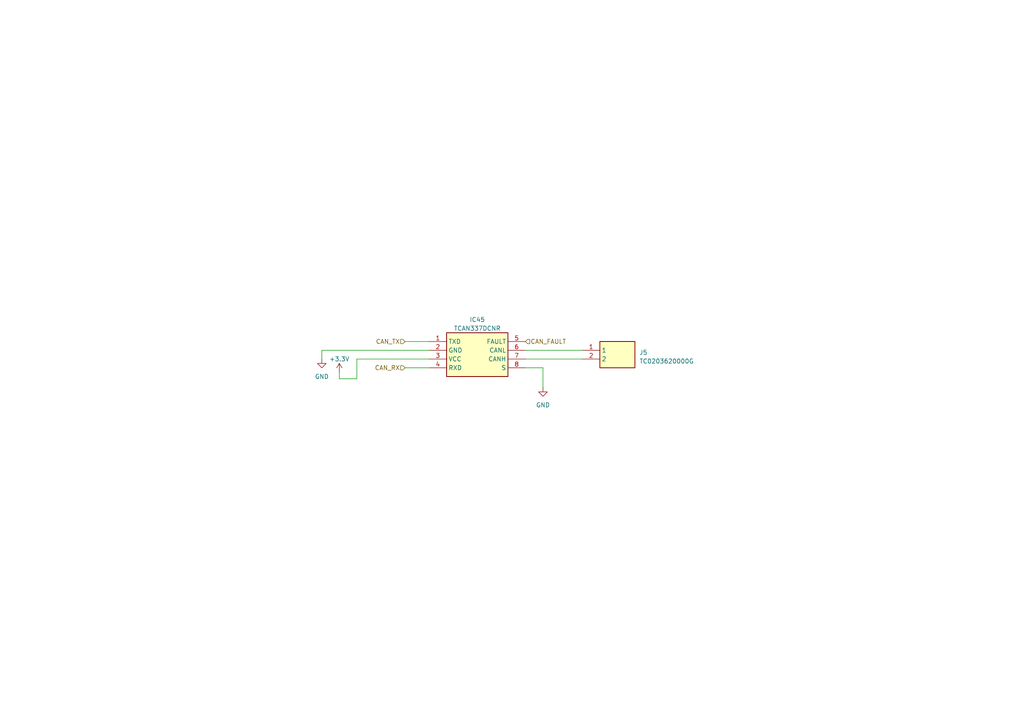
<source format=kicad_sch>
(kicad_sch (version 20230121) (generator eeschema)

  (uuid 4cdb9ef2-e074-4e41-b28d-26c6cea9faec)

  (paper "A4")

  (lib_symbols
    (symbol "TC0203620000G:TC0203620000G" (in_bom yes) (on_board yes)
      (property "Reference" "J" (at 16.51 7.62 0)
        (effects (font (size 1.27 1.27)) (justify left top))
      )
      (property "Value" "TC0203620000G" (at 16.51 5.08 0)
        (effects (font (size 1.27 1.27)) (justify left top))
      )
      (property "Footprint" "TC0203620000G" (at 16.51 -94.92 0)
        (effects (font (size 1.27 1.27)) (justify left top) hide)
      )
      (property "Datasheet" "https://componentsearchengine.com/Datasheets/1/TC0203620000G.pdf" (at 16.51 -194.92 0)
        (effects (font (size 1.27 1.27)) (justify left top) hide)
      )
      (property "Height" "10.5" (at 16.51 -394.92 0)
        (effects (font (size 1.27 1.27)) (justify left top) hide)
      )
      (property "Mouser Part Number" "649-TC02036200J0G" (at 16.51 -494.92 0)
        (effects (font (size 1.27 1.27)) (justify left top) hide)
      )
      (property "Mouser Price/Stock" "https://www.mouser.co.uk/ProductDetail/Amphenol-Anytek/TC0203620000G?qs=Mv7BduZupUiHURQaUHJ1XQ%3D%3D" (at 16.51 -594.92 0)
        (effects (font (size 1.27 1.27)) (justify left top) hide)
      )
      (property "Manufacturer_Name" "Amphenol" (at 16.51 -694.92 0)
        (effects (font (size 1.27 1.27)) (justify left top) hide)
      )
      (property "Manufacturer_Part_Number" "TC0203620000G" (at 16.51 -794.92 0)
        (effects (font (size 1.27 1.27)) (justify left top) hide)
      )
      (property "ki_description" "Fixed Terminal Blocks 500 TB WIR PRO 180D" (at 0 0 0)
        (effects (font (size 1.27 1.27)) hide)
      )
      (symbol "TC0203620000G_1_1"
        (rectangle (start 5.08 2.54) (end 15.24 -5.08)
          (stroke (width 0.254) (type default))
          (fill (type background))
        )
        (pin passive line (at 0 0 0) (length 5.08)
          (name "1" (effects (font (size 1.27 1.27))))
          (number "1" (effects (font (size 1.27 1.27))))
        )
        (pin passive line (at 0 -2.54 0) (length 5.08)
          (name "2" (effects (font (size 1.27 1.27))))
          (number "2" (effects (font (size 1.27 1.27))))
        )
      )
    )
    (symbol "TCAN337DCNR:TCAN337DCNR" (in_bom yes) (on_board yes)
      (property "Reference" "IC" (at 24.13 7.62 0)
        (effects (font (size 1.27 1.27)) (justify left top))
      )
      (property "Value" "TCAN337DCNR" (at 24.13 5.08 0)
        (effects (font (size 1.27 1.27)) (justify left top))
      )
      (property "Footprint" "SOT65P280X145-8N" (at 24.13 -94.92 0)
        (effects (font (size 1.27 1.27)) (justify left top) hide)
      )
      (property "Datasheet" "https://www.ti.com/lit/gpn/TCAN337" (at 24.13 -194.92 0)
        (effects (font (size 1.27 1.27)) (justify left top) hide)
      )
      (property "Height" "1.45" (at 24.13 -394.92 0)
        (effects (font (size 1.27 1.27)) (justify left top) hide)
      )
      (property "Mouser Part Number" "595-TCAN337DCNR" (at 24.13 -494.92 0)
        (effects (font (size 1.27 1.27)) (justify left top) hide)
      )
      (property "Mouser Price/Stock" "https://www.mouser.co.uk/ProductDetail/Texas-Instruments/TCAN337DCNR?qs=gMfM3zrbS4r1ZrvbjcW09A%3D%3D" (at 24.13 -594.92 0)
        (effects (font (size 1.27 1.27)) (justify left top) hide)
      )
      (property "Manufacturer_Name" "Texas Instruments" (at 24.13 -694.92 0)
        (effects (font (size 1.27 1.27)) (justify left top) hide)
      )
      (property "Manufacturer_Part_Number" "TCAN337DCNR" (at 24.13 -794.92 0)
        (effects (font (size 1.27 1.27)) (justify left top) hide)
      )
      (property "ki_description" "3.3-V CAN Transceivers" (at 0 0 0)
        (effects (font (size 1.27 1.27)) hide)
      )
      (symbol "TCAN337DCNR_1_1"
        (rectangle (start 5.08 2.54) (end 22.86 -10.16)
          (stroke (width 0.254) (type default))
          (fill (type background))
        )
        (pin passive line (at 0 0 0) (length 5.08)
          (name "TXD" (effects (font (size 1.27 1.27))))
          (number "1" (effects (font (size 1.27 1.27))))
        )
        (pin passive line (at 0 -2.54 0) (length 5.08)
          (name "GND" (effects (font (size 1.27 1.27))))
          (number "2" (effects (font (size 1.27 1.27))))
        )
        (pin passive line (at 0 -5.08 0) (length 5.08)
          (name "VCC" (effects (font (size 1.27 1.27))))
          (number "3" (effects (font (size 1.27 1.27))))
        )
        (pin passive line (at 0 -7.62 0) (length 5.08)
          (name "RXD" (effects (font (size 1.27 1.27))))
          (number "4" (effects (font (size 1.27 1.27))))
        )
        (pin passive line (at 27.94 0 180) (length 5.08)
          (name "FAULT" (effects (font (size 1.27 1.27))))
          (number "5" (effects (font (size 1.27 1.27))))
        )
        (pin passive line (at 27.94 -2.54 180) (length 5.08)
          (name "CANL" (effects (font (size 1.27 1.27))))
          (number "6" (effects (font (size 1.27 1.27))))
        )
        (pin passive line (at 27.94 -5.08 180) (length 5.08)
          (name "CANH" (effects (font (size 1.27 1.27))))
          (number "7" (effects (font (size 1.27 1.27))))
        )
        (pin passive line (at 27.94 -7.62 180) (length 5.08)
          (name "S" (effects (font (size 1.27 1.27))))
          (number "8" (effects (font (size 1.27 1.27))))
        )
      )
    )
    (symbol "power:+3.3V" (power) (pin_names (offset 0)) (in_bom yes) (on_board yes)
      (property "Reference" "#PWR" (at 0 -3.81 0)
        (effects (font (size 1.27 1.27)) hide)
      )
      (property "Value" "+3.3V" (at 0 3.556 0)
        (effects (font (size 1.27 1.27)))
      )
      (property "Footprint" "" (at 0 0 0)
        (effects (font (size 1.27 1.27)) hide)
      )
      (property "Datasheet" "" (at 0 0 0)
        (effects (font (size 1.27 1.27)) hide)
      )
      (property "ki_keywords" "global power" (at 0 0 0)
        (effects (font (size 1.27 1.27)) hide)
      )
      (property "ki_description" "Power symbol creates a global label with name \"+3.3V\"" (at 0 0 0)
        (effects (font (size 1.27 1.27)) hide)
      )
      (symbol "+3.3V_0_1"
        (polyline
          (pts
            (xy -0.762 1.27)
            (xy 0 2.54)
          )
          (stroke (width 0) (type default))
          (fill (type none))
        )
        (polyline
          (pts
            (xy 0 0)
            (xy 0 2.54)
          )
          (stroke (width 0) (type default))
          (fill (type none))
        )
        (polyline
          (pts
            (xy 0 2.54)
            (xy 0.762 1.27)
          )
          (stroke (width 0) (type default))
          (fill (type none))
        )
      )
      (symbol "+3.3V_1_1"
        (pin power_in line (at 0 0 90) (length 0) hide
          (name "+3.3V" (effects (font (size 1.27 1.27))))
          (number "1" (effects (font (size 1.27 1.27))))
        )
      )
    )
    (symbol "power:GND" (power) (pin_names (offset 0)) (in_bom yes) (on_board yes)
      (property "Reference" "#PWR" (at 0 -6.35 0)
        (effects (font (size 1.27 1.27)) hide)
      )
      (property "Value" "GND" (at 0 -3.81 0)
        (effects (font (size 1.27 1.27)))
      )
      (property "Footprint" "" (at 0 0 0)
        (effects (font (size 1.27 1.27)) hide)
      )
      (property "Datasheet" "" (at 0 0 0)
        (effects (font (size 1.27 1.27)) hide)
      )
      (property "ki_keywords" "global power" (at 0 0 0)
        (effects (font (size 1.27 1.27)) hide)
      )
      (property "ki_description" "Power symbol creates a global label with name \"GND\" , ground" (at 0 0 0)
        (effects (font (size 1.27 1.27)) hide)
      )
      (symbol "GND_0_1"
        (polyline
          (pts
            (xy 0 0)
            (xy 0 -1.27)
            (xy 1.27 -1.27)
            (xy 0 -2.54)
            (xy -1.27 -1.27)
            (xy 0 -1.27)
          )
          (stroke (width 0) (type default))
          (fill (type none))
        )
      )
      (symbol "GND_1_1"
        (pin power_in line (at 0 0 270) (length 0) hide
          (name "GND" (effects (font (size 1.27 1.27))))
          (number "1" (effects (font (size 1.27 1.27))))
        )
      )
    )
  )


  (wire (pts (xy 103.505 104.14) (xy 124.46 104.14))
    (stroke (width 0) (type default))
    (uuid 13a187b9-58d9-4e75-ac33-d5baaaef13bd)
  )
  (wire (pts (xy 98.425 109.855) (xy 103.505 109.855))
    (stroke (width 0) (type default))
    (uuid 1ff7fc15-59b1-401d-8ed3-54422b2b4e93)
  )
  (wire (pts (xy 152.4 104.14) (xy 168.91 104.14))
    (stroke (width 0) (type default))
    (uuid 56306527-c029-4d6e-b985-eb833e090c04)
  )
  (wire (pts (xy 157.48 106.68) (xy 157.48 112.395))
    (stroke (width 0) (type default))
    (uuid 63c0babb-2905-4966-8685-a713d9ad5eda)
  )
  (wire (pts (xy 93.345 104.14) (xy 93.345 101.6))
    (stroke (width 0) (type default))
    (uuid 68e5cdb2-7298-4052-bde2-10eadc64ba02)
  )
  (wire (pts (xy 93.345 101.6) (xy 124.46 101.6))
    (stroke (width 0) (type default))
    (uuid 9813f726-4ddb-429b-a486-8a82fc9d073e)
  )
  (wire (pts (xy 152.4 101.6) (xy 168.91 101.6))
    (stroke (width 0) (type default))
    (uuid b24d0219-611c-4a8c-8544-a907f619e0d9)
  )
  (wire (pts (xy 98.425 107.95) (xy 98.425 109.855))
    (stroke (width 0) (type default))
    (uuid bde40c27-ad5b-47d2-b74c-c1176c5d2cef)
  )
  (wire (pts (xy 152.4 106.68) (xy 157.48 106.68))
    (stroke (width 0) (type default))
    (uuid ca79bd2b-1c6b-4472-91be-fe49b36cf06d)
  )
  (wire (pts (xy 117.475 106.68) (xy 124.46 106.68))
    (stroke (width 0) (type default))
    (uuid d73bc528-d2be-4078-ad53-e9824ae2c812)
  )
  (wire (pts (xy 103.505 109.855) (xy 103.505 104.14))
    (stroke (width 0) (type default))
    (uuid ddb15ace-5c2e-40ab-86f1-c4ab0820ca2e)
  )
  (wire (pts (xy 117.475 99.06) (xy 124.46 99.06))
    (stroke (width 0) (type default))
    (uuid ed231f95-3c71-4971-b430-576024f21572)
  )

  (hierarchical_label "CAN_FAULT" (shape input) (at 152.4 99.06 0) (fields_autoplaced)
    (effects (font (size 1.27 1.27)) (justify left))
    (uuid 7293f7ea-c37a-45cd-81ed-f493d747abb5)
  )
  (hierarchical_label "CAN_TX" (shape input) (at 117.475 99.06 180) (fields_autoplaced)
    (effects (font (size 1.27 1.27)) (justify right))
    (uuid d46de645-9718-4c01-8451-9fa27565402d)
  )
  (hierarchical_label "CAN_RX" (shape input) (at 117.475 106.68 180) (fields_autoplaced)
    (effects (font (size 1.27 1.27)) (justify right))
    (uuid eb1ae1c8-90f1-413a-97d8-f07bb19ac21c)
  )

  (symbol (lib_id "power:+3.3V") (at 98.425 107.95 0) (unit 1)
    (in_bom yes) (on_board yes) (dnp no) (fields_autoplaced)
    (uuid 0112b71b-1cc0-4ff2-add7-ee59ff3d3abb)
    (property "Reference" "#PWR0117" (at 98.425 111.76 0)
      (effects (font (size 1.27 1.27)) hide)
    )
    (property "Value" "+3.3V" (at 98.425 104.14 0)
      (effects (font (size 1.27 1.27)))
    )
    (property "Footprint" "" (at 98.425 107.95 0)
      (effects (font (size 1.27 1.27)) hide)
    )
    (property "Datasheet" "" (at 98.425 107.95 0)
      (effects (font (size 1.27 1.27)) hide)
    )
    (pin "1" (uuid e227d42e-ed3f-4437-8245-5a0d773c08d8))
    (instances
      (project "PLC-CIM"
        (path "/98f81d77-8880-491b-a7cf-4c27e2d73edf/a733259a-e36e-4b53-aba1-6642256ff9ff"
          (reference "#PWR0117") (unit 1)
        )
      )
    )
  )

  (symbol (lib_id "power:GND") (at 157.48 112.395 0) (unit 1)
    (in_bom yes) (on_board yes) (dnp no) (fields_autoplaced)
    (uuid 68feec65-4790-4d58-8e29-fdb2eacef5e1)
    (property "Reference" "#PWR0124" (at 157.48 118.745 0)
      (effects (font (size 1.27 1.27)) hide)
    )
    (property "Value" "GND" (at 157.48 117.475 0)
      (effects (font (size 1.27 1.27)))
    )
    (property "Footprint" "" (at 157.48 112.395 0)
      (effects (font (size 1.27 1.27)) hide)
    )
    (property "Datasheet" "" (at 157.48 112.395 0)
      (effects (font (size 1.27 1.27)) hide)
    )
    (pin "1" (uuid db649674-ee82-44c3-b542-6a4f83b762d7))
    (instances
      (project "PLC-CIM"
        (path "/98f81d77-8880-491b-a7cf-4c27e2d73edf/a733259a-e36e-4b53-aba1-6642256ff9ff"
          (reference "#PWR0124") (unit 1)
        )
      )
    )
  )

  (symbol (lib_id "TCAN337DCNR:TCAN337DCNR") (at 124.46 99.06 0) (unit 1)
    (in_bom yes) (on_board yes) (dnp no) (fields_autoplaced)
    (uuid 9a3a6daa-92bc-405e-ab69-4c468cf571ab)
    (property "Reference" "IC45" (at 138.43 92.71 0)
      (effects (font (size 1.27 1.27)))
    )
    (property "Value" "TCAN337DCNR" (at 138.43 95.25 0)
      (effects (font (size 1.27 1.27)))
    )
    (property "Footprint" "TCAN337DCNR:SOT65P280X145-8N" (at 148.59 193.98 0)
      (effects (font (size 1.27 1.27)) (justify left top) hide)
    )
    (property "Datasheet" "https://www.ti.com/lit/gpn/TCAN337" (at 148.59 293.98 0)
      (effects (font (size 1.27 1.27)) (justify left top) hide)
    )
    (property "Height" "1.45" (at 148.59 493.98 0)
      (effects (font (size 1.27 1.27)) (justify left top) hide)
    )
    (property "Mouser Part Number" "595-TCAN337DCNR" (at 148.59 593.98 0)
      (effects (font (size 1.27 1.27)) (justify left top) hide)
    )
    (property "Mouser Price/Stock" "https://www.mouser.co.uk/ProductDetail/Texas-Instruments/TCAN337DCNR?qs=gMfM3zrbS4r1ZrvbjcW09A%3D%3D" (at 148.59 693.98 0)
      (effects (font (size 1.27 1.27)) (justify left top) hide)
    )
    (property "Manufacturer_Name" "Texas Instruments" (at 148.59 793.98 0)
      (effects (font (size 1.27 1.27)) (justify left top) hide)
    )
    (property "Manufacturer_Part_Number" "TCAN337DCNR" (at 148.59 893.98 0)
      (effects (font (size 1.27 1.27)) (justify left top) hide)
    )
    (pin "1" (uuid d3b33e57-5cd9-42f2-ae3a-311a98d7396d))
    (pin "2" (uuid 8e530c26-bb24-47f8-87fb-2c9bf4c66f77))
    (pin "3" (uuid a563ea63-a23e-4692-81f9-d2a97da27d8b))
    (pin "4" (uuid ea77d29a-c8d5-4cfc-b3a5-1891ecfc1e6b))
    (pin "5" (uuid 00ce5a3e-a539-4288-af5b-ad45f96328f5))
    (pin "6" (uuid cdaa164c-0f49-4095-85ab-db249a6efb72))
    (pin "7" (uuid 59a917cf-614b-4c8a-ab0c-e7a2f9ef8486))
    (pin "8" (uuid f6f01359-4417-4501-a524-fec0bc80be0b))
    (instances
      (project "PLC-CIM"
        (path "/98f81d77-8880-491b-a7cf-4c27e2d73edf/a733259a-e36e-4b53-aba1-6642256ff9ff"
          (reference "IC45") (unit 1)
        )
      )
    )
  )

  (symbol (lib_id "TC0203620000G:TC0203620000G") (at 168.91 101.6 0) (unit 1)
    (in_bom yes) (on_board yes) (dnp no) (fields_autoplaced)
    (uuid ce4e2d60-bf97-4bcc-be31-8ae99764b426)
    (property "Reference" "J5" (at 185.42 102.235 0)
      (effects (font (size 1.27 1.27)) (justify left))
    )
    (property "Value" "TC0203620000G" (at 185.42 104.775 0)
      (effects (font (size 1.27 1.27)) (justify left))
    )
    (property "Footprint" "TC0203620000G:TC0203620000G" (at 185.42 196.52 0)
      (effects (font (size 1.27 1.27)) (justify left top) hide)
    )
    (property "Datasheet" "https://componentsearchengine.com/Datasheets/1/TC0203620000G.pdf" (at 185.42 296.52 0)
      (effects (font (size 1.27 1.27)) (justify left top) hide)
    )
    (property "Height" "10.5" (at 185.42 496.52 0)
      (effects (font (size 1.27 1.27)) (justify left top) hide)
    )
    (property "Mouser Part Number" "649-TC02036200J0G" (at 185.42 596.52 0)
      (effects (font (size 1.27 1.27)) (justify left top) hide)
    )
    (property "Mouser Price/Stock" "https://www.mouser.co.uk/ProductDetail/Amphenol-Anytek/TC0203620000G?qs=Mv7BduZupUiHURQaUHJ1XQ%3D%3D" (at 185.42 696.52 0)
      (effects (font (size 1.27 1.27)) (justify left top) hide)
    )
    (property "Manufacturer_Name" "Amphenol" (at 185.42 796.52 0)
      (effects (font (size 1.27 1.27)) (justify left top) hide)
    )
    (property "Manufacturer_Part_Number" "TC0203620000G" (at 185.42 896.52 0)
      (effects (font (size 1.27 1.27)) (justify left top) hide)
    )
    (pin "1" (uuid 80f2a5ee-962f-444a-ad8e-5e8b6eec7a99))
    (pin "2" (uuid 1c1a2cf9-bd74-41ff-9b1e-b259b766e0b4))
    (instances
      (project "PLC-CIM"
        (path "/98f81d77-8880-491b-a7cf-4c27e2d73edf"
          (reference "J5") (unit 1)
        )
        (path "/98f81d77-8880-491b-a7cf-4c27e2d73edf/65732d30-4757-4d69-a8f8-277854263560"
          (reference "J6") (unit 1)
        )
        (path "/98f81d77-8880-491b-a7cf-4c27e2d73edf/a733259a-e36e-4b53-aba1-6642256ff9ff"
          (reference "J12") (unit 1)
        )
      )
    )
  )

  (symbol (lib_id "power:GND") (at 93.345 104.14 0) (unit 1)
    (in_bom yes) (on_board yes) (dnp no) (fields_autoplaced)
    (uuid eb4ddc86-1026-4ed3-a4dc-bc3e4a590a35)
    (property "Reference" "#PWR0116" (at 93.345 110.49 0)
      (effects (font (size 1.27 1.27)) hide)
    )
    (property "Value" "GND" (at 93.345 109.22 0)
      (effects (font (size 1.27 1.27)))
    )
    (property "Footprint" "" (at 93.345 104.14 0)
      (effects (font (size 1.27 1.27)) hide)
    )
    (property "Datasheet" "" (at 93.345 104.14 0)
      (effects (font (size 1.27 1.27)) hide)
    )
    (pin "1" (uuid 64d8956d-f289-492e-9bc7-f964ec242095))
    (instances
      (project "PLC-CIM"
        (path "/98f81d77-8880-491b-a7cf-4c27e2d73edf/a733259a-e36e-4b53-aba1-6642256ff9ff"
          (reference "#PWR0116") (unit 1)
        )
      )
    )
  )
)

</source>
